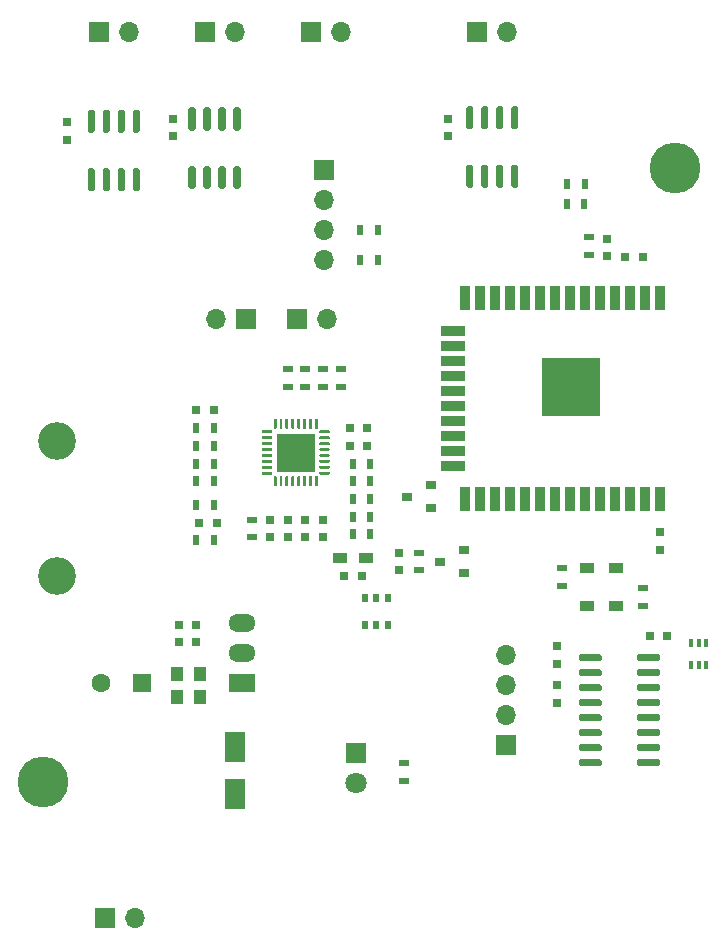
<source format=gts>
G04 #@! TF.GenerationSoftware,KiCad,Pcbnew,(5.1.10)-1*
G04 #@! TF.CreationDate,2021-11-10T22:46:01+01:00*
G04 #@! TF.ProjectId,RS485-DIN-PCB,52533438-352d-4444-994e-2d5043422e6b,rev?*
G04 #@! TF.SameCoordinates,Original*
G04 #@! TF.FileFunction,Soldermask,Top*
G04 #@! TF.FilePolarity,Negative*
%FSLAX46Y46*%
G04 Gerber Fmt 4.6, Leading zero omitted, Abs format (unit mm)*
G04 Created by KiCad (PCBNEW (5.1.10)-1) date 2021-11-10 22:46:01*
%MOMM*%
%LPD*%
G01*
G04 APERTURE LIST*
%ADD10R,1.600000X1.600000*%
%ADD11C,1.600000*%
%ADD12O,1.700000X1.700000*%
%ADD13R,1.700000X1.700000*%
%ADD14R,3.300000X3.300000*%
%ADD15R,0.510000X0.700000*%
%ADD16O,2.300000X1.500000*%
%ADD17R,2.300000X1.500000*%
%ADD18R,0.900000X2.000000*%
%ADD19R,2.000000X0.900000*%
%ADD20R,5.000000X5.000000*%
%ADD21R,0.500000X0.900000*%
%ADD22R,0.900000X0.500000*%
%ADD23R,0.900000X0.800000*%
%ADD24R,0.400000X0.650000*%
%ADD25R,1.200000X0.900000*%
%ADD26C,3.200000*%
%ADD27C,4.300000*%
%ADD28R,1.800000X1.800000*%
%ADD29C,1.800000*%
%ADD30R,1.800000X2.500000*%
%ADD31R,0.750000X0.800000*%
%ADD32R,0.800000X0.750000*%
%ADD33R,1.000000X1.250000*%
G04 APERTURE END LIST*
D10*
G04 #@! TO.C,C24*
X65200000Y-124600000D03*
D11*
X61700000Y-124600000D03*
G04 #@! TD*
D12*
G04 #@! TO.C,J10*
X82040000Y-69500000D03*
D13*
X79500000Y-69500000D03*
G04 #@! TD*
G04 #@! TO.C,U8*
G36*
G01*
X61010000Y-78000000D02*
X60710000Y-78000000D01*
G75*
G02*
X60560000Y-77850000I0J150000D01*
G01*
X60560000Y-76200000D01*
G75*
G02*
X60710000Y-76050000I150000J0D01*
G01*
X61010000Y-76050000D01*
G75*
G02*
X61160000Y-76200000I0J-150000D01*
G01*
X61160000Y-77850000D01*
G75*
G02*
X61010000Y-78000000I-150000J0D01*
G01*
G37*
G36*
G01*
X62280000Y-78000000D02*
X61980000Y-78000000D01*
G75*
G02*
X61830000Y-77850000I0J150000D01*
G01*
X61830000Y-76200000D01*
G75*
G02*
X61980000Y-76050000I150000J0D01*
G01*
X62280000Y-76050000D01*
G75*
G02*
X62430000Y-76200000I0J-150000D01*
G01*
X62430000Y-77850000D01*
G75*
G02*
X62280000Y-78000000I-150000J0D01*
G01*
G37*
G36*
G01*
X63550000Y-78000000D02*
X63250000Y-78000000D01*
G75*
G02*
X63100000Y-77850000I0J150000D01*
G01*
X63100000Y-76200000D01*
G75*
G02*
X63250000Y-76050000I150000J0D01*
G01*
X63550000Y-76050000D01*
G75*
G02*
X63700000Y-76200000I0J-150000D01*
G01*
X63700000Y-77850000D01*
G75*
G02*
X63550000Y-78000000I-150000J0D01*
G01*
G37*
G36*
G01*
X64820000Y-78000000D02*
X64520000Y-78000000D01*
G75*
G02*
X64370000Y-77850000I0J150000D01*
G01*
X64370000Y-76200000D01*
G75*
G02*
X64520000Y-76050000I150000J0D01*
G01*
X64820000Y-76050000D01*
G75*
G02*
X64970000Y-76200000I0J-150000D01*
G01*
X64970000Y-77850000D01*
G75*
G02*
X64820000Y-78000000I-150000J0D01*
G01*
G37*
G36*
G01*
X64820000Y-82950000D02*
X64520000Y-82950000D01*
G75*
G02*
X64370000Y-82800000I0J150000D01*
G01*
X64370000Y-81150000D01*
G75*
G02*
X64520000Y-81000000I150000J0D01*
G01*
X64820000Y-81000000D01*
G75*
G02*
X64970000Y-81150000I0J-150000D01*
G01*
X64970000Y-82800000D01*
G75*
G02*
X64820000Y-82950000I-150000J0D01*
G01*
G37*
G36*
G01*
X63550000Y-82950000D02*
X63250000Y-82950000D01*
G75*
G02*
X63100000Y-82800000I0J150000D01*
G01*
X63100000Y-81150000D01*
G75*
G02*
X63250000Y-81000000I150000J0D01*
G01*
X63550000Y-81000000D01*
G75*
G02*
X63700000Y-81150000I0J-150000D01*
G01*
X63700000Y-82800000D01*
G75*
G02*
X63550000Y-82950000I-150000J0D01*
G01*
G37*
G36*
G01*
X62280000Y-82950000D02*
X61980000Y-82950000D01*
G75*
G02*
X61830000Y-82800000I0J150000D01*
G01*
X61830000Y-81150000D01*
G75*
G02*
X61980000Y-81000000I150000J0D01*
G01*
X62280000Y-81000000D01*
G75*
G02*
X62430000Y-81150000I0J-150000D01*
G01*
X62430000Y-82800000D01*
G75*
G02*
X62280000Y-82950000I-150000J0D01*
G01*
G37*
G36*
G01*
X61010000Y-82950000D02*
X60710000Y-82950000D01*
G75*
G02*
X60560000Y-82800000I0J150000D01*
G01*
X60560000Y-81150000D01*
G75*
G02*
X60710000Y-81000000I150000J0D01*
G01*
X61010000Y-81000000D01*
G75*
G02*
X61160000Y-81150000I0J-150000D01*
G01*
X61160000Y-82800000D01*
G75*
G02*
X61010000Y-82950000I-150000J0D01*
G01*
G37*
G04 #@! TD*
D14*
G04 #@! TO.C,U7*
X78175000Y-105062500D03*
G36*
G01*
X76112500Y-106937500D02*
X75362500Y-106937500D01*
G75*
G02*
X75300000Y-106875000I0J62500D01*
G01*
X75300000Y-106750000D01*
G75*
G02*
X75362500Y-106687500I62500J0D01*
G01*
X76112500Y-106687500D01*
G75*
G02*
X76175000Y-106750000I0J-62500D01*
G01*
X76175000Y-106875000D01*
G75*
G02*
X76112500Y-106937500I-62500J0D01*
G01*
G37*
G36*
G01*
X76112500Y-106437500D02*
X75362500Y-106437500D01*
G75*
G02*
X75300000Y-106375000I0J62500D01*
G01*
X75300000Y-106250000D01*
G75*
G02*
X75362500Y-106187500I62500J0D01*
G01*
X76112500Y-106187500D01*
G75*
G02*
X76175000Y-106250000I0J-62500D01*
G01*
X76175000Y-106375000D01*
G75*
G02*
X76112500Y-106437500I-62500J0D01*
G01*
G37*
G36*
G01*
X76112500Y-105937500D02*
X75362500Y-105937500D01*
G75*
G02*
X75300000Y-105875000I0J62500D01*
G01*
X75300000Y-105750000D01*
G75*
G02*
X75362500Y-105687500I62500J0D01*
G01*
X76112500Y-105687500D01*
G75*
G02*
X76175000Y-105750000I0J-62500D01*
G01*
X76175000Y-105875000D01*
G75*
G02*
X76112500Y-105937500I-62500J0D01*
G01*
G37*
G36*
G01*
X76112500Y-105437500D02*
X75362500Y-105437500D01*
G75*
G02*
X75300000Y-105375000I0J62500D01*
G01*
X75300000Y-105250000D01*
G75*
G02*
X75362500Y-105187500I62500J0D01*
G01*
X76112500Y-105187500D01*
G75*
G02*
X76175000Y-105250000I0J-62500D01*
G01*
X76175000Y-105375000D01*
G75*
G02*
X76112500Y-105437500I-62500J0D01*
G01*
G37*
G36*
G01*
X76112500Y-104937500D02*
X75362500Y-104937500D01*
G75*
G02*
X75300000Y-104875000I0J62500D01*
G01*
X75300000Y-104750000D01*
G75*
G02*
X75362500Y-104687500I62500J0D01*
G01*
X76112500Y-104687500D01*
G75*
G02*
X76175000Y-104750000I0J-62500D01*
G01*
X76175000Y-104875000D01*
G75*
G02*
X76112500Y-104937500I-62500J0D01*
G01*
G37*
G36*
G01*
X76112500Y-104437500D02*
X75362500Y-104437500D01*
G75*
G02*
X75300000Y-104375000I0J62500D01*
G01*
X75300000Y-104250000D01*
G75*
G02*
X75362500Y-104187500I62500J0D01*
G01*
X76112500Y-104187500D01*
G75*
G02*
X76175000Y-104250000I0J-62500D01*
G01*
X76175000Y-104375000D01*
G75*
G02*
X76112500Y-104437500I-62500J0D01*
G01*
G37*
G36*
G01*
X76112500Y-103937500D02*
X75362500Y-103937500D01*
G75*
G02*
X75300000Y-103875000I0J62500D01*
G01*
X75300000Y-103750000D01*
G75*
G02*
X75362500Y-103687500I62500J0D01*
G01*
X76112500Y-103687500D01*
G75*
G02*
X76175000Y-103750000I0J-62500D01*
G01*
X76175000Y-103875000D01*
G75*
G02*
X76112500Y-103937500I-62500J0D01*
G01*
G37*
G36*
G01*
X76112500Y-103437500D02*
X75362500Y-103437500D01*
G75*
G02*
X75300000Y-103375000I0J62500D01*
G01*
X75300000Y-103250000D01*
G75*
G02*
X75362500Y-103187500I62500J0D01*
G01*
X76112500Y-103187500D01*
G75*
G02*
X76175000Y-103250000I0J-62500D01*
G01*
X76175000Y-103375000D01*
G75*
G02*
X76112500Y-103437500I-62500J0D01*
G01*
G37*
G36*
G01*
X76487500Y-103062500D02*
X76362500Y-103062500D01*
G75*
G02*
X76300000Y-103000000I0J62500D01*
G01*
X76300000Y-102250000D01*
G75*
G02*
X76362500Y-102187500I62500J0D01*
G01*
X76487500Y-102187500D01*
G75*
G02*
X76550000Y-102250000I0J-62500D01*
G01*
X76550000Y-103000000D01*
G75*
G02*
X76487500Y-103062500I-62500J0D01*
G01*
G37*
G36*
G01*
X76987500Y-103062500D02*
X76862500Y-103062500D01*
G75*
G02*
X76800000Y-103000000I0J62500D01*
G01*
X76800000Y-102250000D01*
G75*
G02*
X76862500Y-102187500I62500J0D01*
G01*
X76987500Y-102187500D01*
G75*
G02*
X77050000Y-102250000I0J-62500D01*
G01*
X77050000Y-103000000D01*
G75*
G02*
X76987500Y-103062500I-62500J0D01*
G01*
G37*
G36*
G01*
X77487500Y-103062500D02*
X77362500Y-103062500D01*
G75*
G02*
X77300000Y-103000000I0J62500D01*
G01*
X77300000Y-102250000D01*
G75*
G02*
X77362500Y-102187500I62500J0D01*
G01*
X77487500Y-102187500D01*
G75*
G02*
X77550000Y-102250000I0J-62500D01*
G01*
X77550000Y-103000000D01*
G75*
G02*
X77487500Y-103062500I-62500J0D01*
G01*
G37*
G36*
G01*
X77987500Y-103062500D02*
X77862500Y-103062500D01*
G75*
G02*
X77800000Y-103000000I0J62500D01*
G01*
X77800000Y-102250000D01*
G75*
G02*
X77862500Y-102187500I62500J0D01*
G01*
X77987500Y-102187500D01*
G75*
G02*
X78050000Y-102250000I0J-62500D01*
G01*
X78050000Y-103000000D01*
G75*
G02*
X77987500Y-103062500I-62500J0D01*
G01*
G37*
G36*
G01*
X78487500Y-103062500D02*
X78362500Y-103062500D01*
G75*
G02*
X78300000Y-103000000I0J62500D01*
G01*
X78300000Y-102250000D01*
G75*
G02*
X78362500Y-102187500I62500J0D01*
G01*
X78487500Y-102187500D01*
G75*
G02*
X78550000Y-102250000I0J-62500D01*
G01*
X78550000Y-103000000D01*
G75*
G02*
X78487500Y-103062500I-62500J0D01*
G01*
G37*
G36*
G01*
X78987500Y-103062500D02*
X78862500Y-103062500D01*
G75*
G02*
X78800000Y-103000000I0J62500D01*
G01*
X78800000Y-102250000D01*
G75*
G02*
X78862500Y-102187500I62500J0D01*
G01*
X78987500Y-102187500D01*
G75*
G02*
X79050000Y-102250000I0J-62500D01*
G01*
X79050000Y-103000000D01*
G75*
G02*
X78987500Y-103062500I-62500J0D01*
G01*
G37*
G36*
G01*
X79487500Y-103062500D02*
X79362500Y-103062500D01*
G75*
G02*
X79300000Y-103000000I0J62500D01*
G01*
X79300000Y-102250000D01*
G75*
G02*
X79362500Y-102187500I62500J0D01*
G01*
X79487500Y-102187500D01*
G75*
G02*
X79550000Y-102250000I0J-62500D01*
G01*
X79550000Y-103000000D01*
G75*
G02*
X79487500Y-103062500I-62500J0D01*
G01*
G37*
G36*
G01*
X79987500Y-103062500D02*
X79862500Y-103062500D01*
G75*
G02*
X79800000Y-103000000I0J62500D01*
G01*
X79800000Y-102250000D01*
G75*
G02*
X79862500Y-102187500I62500J0D01*
G01*
X79987500Y-102187500D01*
G75*
G02*
X80050000Y-102250000I0J-62500D01*
G01*
X80050000Y-103000000D01*
G75*
G02*
X79987500Y-103062500I-62500J0D01*
G01*
G37*
G36*
G01*
X80987500Y-103437500D02*
X80237500Y-103437500D01*
G75*
G02*
X80175000Y-103375000I0J62500D01*
G01*
X80175000Y-103250000D01*
G75*
G02*
X80237500Y-103187500I62500J0D01*
G01*
X80987500Y-103187500D01*
G75*
G02*
X81050000Y-103250000I0J-62500D01*
G01*
X81050000Y-103375000D01*
G75*
G02*
X80987500Y-103437500I-62500J0D01*
G01*
G37*
G36*
G01*
X80987500Y-103937500D02*
X80237500Y-103937500D01*
G75*
G02*
X80175000Y-103875000I0J62500D01*
G01*
X80175000Y-103750000D01*
G75*
G02*
X80237500Y-103687500I62500J0D01*
G01*
X80987500Y-103687500D01*
G75*
G02*
X81050000Y-103750000I0J-62500D01*
G01*
X81050000Y-103875000D01*
G75*
G02*
X80987500Y-103937500I-62500J0D01*
G01*
G37*
G36*
G01*
X80987500Y-104437500D02*
X80237500Y-104437500D01*
G75*
G02*
X80175000Y-104375000I0J62500D01*
G01*
X80175000Y-104250000D01*
G75*
G02*
X80237500Y-104187500I62500J0D01*
G01*
X80987500Y-104187500D01*
G75*
G02*
X81050000Y-104250000I0J-62500D01*
G01*
X81050000Y-104375000D01*
G75*
G02*
X80987500Y-104437500I-62500J0D01*
G01*
G37*
G36*
G01*
X80987500Y-104937500D02*
X80237500Y-104937500D01*
G75*
G02*
X80175000Y-104875000I0J62500D01*
G01*
X80175000Y-104750000D01*
G75*
G02*
X80237500Y-104687500I62500J0D01*
G01*
X80987500Y-104687500D01*
G75*
G02*
X81050000Y-104750000I0J-62500D01*
G01*
X81050000Y-104875000D01*
G75*
G02*
X80987500Y-104937500I-62500J0D01*
G01*
G37*
G36*
G01*
X80987500Y-105437500D02*
X80237500Y-105437500D01*
G75*
G02*
X80175000Y-105375000I0J62500D01*
G01*
X80175000Y-105250000D01*
G75*
G02*
X80237500Y-105187500I62500J0D01*
G01*
X80987500Y-105187500D01*
G75*
G02*
X81050000Y-105250000I0J-62500D01*
G01*
X81050000Y-105375000D01*
G75*
G02*
X80987500Y-105437500I-62500J0D01*
G01*
G37*
G36*
G01*
X80987500Y-105937500D02*
X80237500Y-105937500D01*
G75*
G02*
X80175000Y-105875000I0J62500D01*
G01*
X80175000Y-105750000D01*
G75*
G02*
X80237500Y-105687500I62500J0D01*
G01*
X80987500Y-105687500D01*
G75*
G02*
X81050000Y-105750000I0J-62500D01*
G01*
X81050000Y-105875000D01*
G75*
G02*
X80987500Y-105937500I-62500J0D01*
G01*
G37*
G36*
G01*
X80987500Y-106437500D02*
X80237500Y-106437500D01*
G75*
G02*
X80175000Y-106375000I0J62500D01*
G01*
X80175000Y-106250000D01*
G75*
G02*
X80237500Y-106187500I62500J0D01*
G01*
X80987500Y-106187500D01*
G75*
G02*
X81050000Y-106250000I0J-62500D01*
G01*
X81050000Y-106375000D01*
G75*
G02*
X80987500Y-106437500I-62500J0D01*
G01*
G37*
G36*
G01*
X80987500Y-106937500D02*
X80237500Y-106937500D01*
G75*
G02*
X80175000Y-106875000I0J62500D01*
G01*
X80175000Y-106750000D01*
G75*
G02*
X80237500Y-106687500I62500J0D01*
G01*
X80987500Y-106687500D01*
G75*
G02*
X81050000Y-106750000I0J-62500D01*
G01*
X81050000Y-106875000D01*
G75*
G02*
X80987500Y-106937500I-62500J0D01*
G01*
G37*
G36*
G01*
X79987500Y-107937500D02*
X79862500Y-107937500D01*
G75*
G02*
X79800000Y-107875000I0J62500D01*
G01*
X79800000Y-107125000D01*
G75*
G02*
X79862500Y-107062500I62500J0D01*
G01*
X79987500Y-107062500D01*
G75*
G02*
X80050000Y-107125000I0J-62500D01*
G01*
X80050000Y-107875000D01*
G75*
G02*
X79987500Y-107937500I-62500J0D01*
G01*
G37*
G36*
G01*
X79487500Y-107937500D02*
X79362500Y-107937500D01*
G75*
G02*
X79300000Y-107875000I0J62500D01*
G01*
X79300000Y-107125000D01*
G75*
G02*
X79362500Y-107062500I62500J0D01*
G01*
X79487500Y-107062500D01*
G75*
G02*
X79550000Y-107125000I0J-62500D01*
G01*
X79550000Y-107875000D01*
G75*
G02*
X79487500Y-107937500I-62500J0D01*
G01*
G37*
G36*
G01*
X78987500Y-107937500D02*
X78862500Y-107937500D01*
G75*
G02*
X78800000Y-107875000I0J62500D01*
G01*
X78800000Y-107125000D01*
G75*
G02*
X78862500Y-107062500I62500J0D01*
G01*
X78987500Y-107062500D01*
G75*
G02*
X79050000Y-107125000I0J-62500D01*
G01*
X79050000Y-107875000D01*
G75*
G02*
X78987500Y-107937500I-62500J0D01*
G01*
G37*
G36*
G01*
X78487500Y-107937500D02*
X78362500Y-107937500D01*
G75*
G02*
X78300000Y-107875000I0J62500D01*
G01*
X78300000Y-107125000D01*
G75*
G02*
X78362500Y-107062500I62500J0D01*
G01*
X78487500Y-107062500D01*
G75*
G02*
X78550000Y-107125000I0J-62500D01*
G01*
X78550000Y-107875000D01*
G75*
G02*
X78487500Y-107937500I-62500J0D01*
G01*
G37*
G36*
G01*
X77987500Y-107937500D02*
X77862500Y-107937500D01*
G75*
G02*
X77800000Y-107875000I0J62500D01*
G01*
X77800000Y-107125000D01*
G75*
G02*
X77862500Y-107062500I62500J0D01*
G01*
X77987500Y-107062500D01*
G75*
G02*
X78050000Y-107125000I0J-62500D01*
G01*
X78050000Y-107875000D01*
G75*
G02*
X77987500Y-107937500I-62500J0D01*
G01*
G37*
G36*
G01*
X77487500Y-107937500D02*
X77362500Y-107937500D01*
G75*
G02*
X77300000Y-107875000I0J62500D01*
G01*
X77300000Y-107125000D01*
G75*
G02*
X77362500Y-107062500I62500J0D01*
G01*
X77487500Y-107062500D01*
G75*
G02*
X77550000Y-107125000I0J-62500D01*
G01*
X77550000Y-107875000D01*
G75*
G02*
X77487500Y-107937500I-62500J0D01*
G01*
G37*
G36*
G01*
X76987500Y-107937500D02*
X76862500Y-107937500D01*
G75*
G02*
X76800000Y-107875000I0J62500D01*
G01*
X76800000Y-107125000D01*
G75*
G02*
X76862500Y-107062500I62500J0D01*
G01*
X76987500Y-107062500D01*
G75*
G02*
X77050000Y-107125000I0J-62500D01*
G01*
X77050000Y-107875000D01*
G75*
G02*
X76987500Y-107937500I-62500J0D01*
G01*
G37*
G36*
G01*
X76487500Y-107937500D02*
X76362500Y-107937500D01*
G75*
G02*
X76300000Y-107875000I0J62500D01*
G01*
X76300000Y-107125000D01*
G75*
G02*
X76362500Y-107062500I62500J0D01*
G01*
X76487500Y-107062500D01*
G75*
G02*
X76550000Y-107125000I0J-62500D01*
G01*
X76550000Y-107875000D01*
G75*
G02*
X76487500Y-107937500I-62500J0D01*
G01*
G37*
G04 #@! TD*
G04 #@! TO.C,U6*
G36*
G01*
X69545000Y-77800000D02*
X69245000Y-77800000D01*
G75*
G02*
X69095000Y-77650000I0J150000D01*
G01*
X69095000Y-76000000D01*
G75*
G02*
X69245000Y-75850000I150000J0D01*
G01*
X69545000Y-75850000D01*
G75*
G02*
X69695000Y-76000000I0J-150000D01*
G01*
X69695000Y-77650000D01*
G75*
G02*
X69545000Y-77800000I-150000J0D01*
G01*
G37*
G36*
G01*
X70815000Y-77800000D02*
X70515000Y-77800000D01*
G75*
G02*
X70365000Y-77650000I0J150000D01*
G01*
X70365000Y-76000000D01*
G75*
G02*
X70515000Y-75850000I150000J0D01*
G01*
X70815000Y-75850000D01*
G75*
G02*
X70965000Y-76000000I0J-150000D01*
G01*
X70965000Y-77650000D01*
G75*
G02*
X70815000Y-77800000I-150000J0D01*
G01*
G37*
G36*
G01*
X72085000Y-77800000D02*
X71785000Y-77800000D01*
G75*
G02*
X71635000Y-77650000I0J150000D01*
G01*
X71635000Y-76000000D01*
G75*
G02*
X71785000Y-75850000I150000J0D01*
G01*
X72085000Y-75850000D01*
G75*
G02*
X72235000Y-76000000I0J-150000D01*
G01*
X72235000Y-77650000D01*
G75*
G02*
X72085000Y-77800000I-150000J0D01*
G01*
G37*
G36*
G01*
X73355000Y-77800000D02*
X73055000Y-77800000D01*
G75*
G02*
X72905000Y-77650000I0J150000D01*
G01*
X72905000Y-76000000D01*
G75*
G02*
X73055000Y-75850000I150000J0D01*
G01*
X73355000Y-75850000D01*
G75*
G02*
X73505000Y-76000000I0J-150000D01*
G01*
X73505000Y-77650000D01*
G75*
G02*
X73355000Y-77800000I-150000J0D01*
G01*
G37*
G36*
G01*
X73355000Y-82750000D02*
X73055000Y-82750000D01*
G75*
G02*
X72905000Y-82600000I0J150000D01*
G01*
X72905000Y-80950000D01*
G75*
G02*
X73055000Y-80800000I150000J0D01*
G01*
X73355000Y-80800000D01*
G75*
G02*
X73505000Y-80950000I0J-150000D01*
G01*
X73505000Y-82600000D01*
G75*
G02*
X73355000Y-82750000I-150000J0D01*
G01*
G37*
G36*
G01*
X72085000Y-82750000D02*
X71785000Y-82750000D01*
G75*
G02*
X71635000Y-82600000I0J150000D01*
G01*
X71635000Y-80950000D01*
G75*
G02*
X71785000Y-80800000I150000J0D01*
G01*
X72085000Y-80800000D01*
G75*
G02*
X72235000Y-80950000I0J-150000D01*
G01*
X72235000Y-82600000D01*
G75*
G02*
X72085000Y-82750000I-150000J0D01*
G01*
G37*
G36*
G01*
X70815000Y-82750000D02*
X70515000Y-82750000D01*
G75*
G02*
X70365000Y-82600000I0J150000D01*
G01*
X70365000Y-80950000D01*
G75*
G02*
X70515000Y-80800000I150000J0D01*
G01*
X70815000Y-80800000D01*
G75*
G02*
X70965000Y-80950000I0J-150000D01*
G01*
X70965000Y-82600000D01*
G75*
G02*
X70815000Y-82750000I-150000J0D01*
G01*
G37*
G36*
G01*
X69545000Y-82750000D02*
X69245000Y-82750000D01*
G75*
G02*
X69095000Y-82600000I0J150000D01*
G01*
X69095000Y-80950000D01*
G75*
G02*
X69245000Y-80800000I150000J0D01*
G01*
X69545000Y-80800000D01*
G75*
G02*
X69695000Y-80950000I0J-150000D01*
G01*
X69695000Y-82600000D01*
G75*
G02*
X69545000Y-82750000I-150000J0D01*
G01*
G37*
G04 #@! TD*
D15*
G04 #@! TO.C,U5*
X84050000Y-117340000D03*
X85000000Y-117340000D03*
X85950000Y-117340000D03*
X85950000Y-119660000D03*
X85000000Y-119660000D03*
X84050000Y-119660000D03*
G04 #@! TD*
D16*
G04 #@! TO.C,U4*
X73600000Y-119500000D03*
X73600000Y-122040000D03*
D17*
X73600000Y-124580000D03*
G04 #@! TD*
G04 #@! TO.C,U3*
G36*
G01*
X93045000Y-77700000D02*
X92745000Y-77700000D01*
G75*
G02*
X92595000Y-77550000I0J150000D01*
G01*
X92595000Y-75900000D01*
G75*
G02*
X92745000Y-75750000I150000J0D01*
G01*
X93045000Y-75750000D01*
G75*
G02*
X93195000Y-75900000I0J-150000D01*
G01*
X93195000Y-77550000D01*
G75*
G02*
X93045000Y-77700000I-150000J0D01*
G01*
G37*
G36*
G01*
X94315000Y-77700000D02*
X94015000Y-77700000D01*
G75*
G02*
X93865000Y-77550000I0J150000D01*
G01*
X93865000Y-75900000D01*
G75*
G02*
X94015000Y-75750000I150000J0D01*
G01*
X94315000Y-75750000D01*
G75*
G02*
X94465000Y-75900000I0J-150000D01*
G01*
X94465000Y-77550000D01*
G75*
G02*
X94315000Y-77700000I-150000J0D01*
G01*
G37*
G36*
G01*
X95585000Y-77700000D02*
X95285000Y-77700000D01*
G75*
G02*
X95135000Y-77550000I0J150000D01*
G01*
X95135000Y-75900000D01*
G75*
G02*
X95285000Y-75750000I150000J0D01*
G01*
X95585000Y-75750000D01*
G75*
G02*
X95735000Y-75900000I0J-150000D01*
G01*
X95735000Y-77550000D01*
G75*
G02*
X95585000Y-77700000I-150000J0D01*
G01*
G37*
G36*
G01*
X96855000Y-77700000D02*
X96555000Y-77700000D01*
G75*
G02*
X96405000Y-77550000I0J150000D01*
G01*
X96405000Y-75900000D01*
G75*
G02*
X96555000Y-75750000I150000J0D01*
G01*
X96855000Y-75750000D01*
G75*
G02*
X97005000Y-75900000I0J-150000D01*
G01*
X97005000Y-77550000D01*
G75*
G02*
X96855000Y-77700000I-150000J0D01*
G01*
G37*
G36*
G01*
X96855000Y-82650000D02*
X96555000Y-82650000D01*
G75*
G02*
X96405000Y-82500000I0J150000D01*
G01*
X96405000Y-80850000D01*
G75*
G02*
X96555000Y-80700000I150000J0D01*
G01*
X96855000Y-80700000D01*
G75*
G02*
X97005000Y-80850000I0J-150000D01*
G01*
X97005000Y-82500000D01*
G75*
G02*
X96855000Y-82650000I-150000J0D01*
G01*
G37*
G36*
G01*
X95585000Y-82650000D02*
X95285000Y-82650000D01*
G75*
G02*
X95135000Y-82500000I0J150000D01*
G01*
X95135000Y-80850000D01*
G75*
G02*
X95285000Y-80700000I150000J0D01*
G01*
X95585000Y-80700000D01*
G75*
G02*
X95735000Y-80850000I0J-150000D01*
G01*
X95735000Y-82500000D01*
G75*
G02*
X95585000Y-82650000I-150000J0D01*
G01*
G37*
G36*
G01*
X94315000Y-82650000D02*
X94015000Y-82650000D01*
G75*
G02*
X93865000Y-82500000I0J150000D01*
G01*
X93865000Y-80850000D01*
G75*
G02*
X94015000Y-80700000I150000J0D01*
G01*
X94315000Y-80700000D01*
G75*
G02*
X94465000Y-80850000I0J-150000D01*
G01*
X94465000Y-82500000D01*
G75*
G02*
X94315000Y-82650000I-150000J0D01*
G01*
G37*
G36*
G01*
X93045000Y-82650000D02*
X92745000Y-82650000D01*
G75*
G02*
X92595000Y-82500000I0J150000D01*
G01*
X92595000Y-80850000D01*
G75*
G02*
X92745000Y-80700000I150000J0D01*
G01*
X93045000Y-80700000D01*
G75*
G02*
X93195000Y-80850000I0J-150000D01*
G01*
X93195000Y-82500000D01*
G75*
G02*
X93045000Y-82650000I-150000J0D01*
G01*
G37*
G04 #@! TD*
G04 #@! TO.C,U2*
G36*
G01*
X107075000Y-122580000D02*
X107075000Y-122280000D01*
G75*
G02*
X107225000Y-122130000I150000J0D01*
G01*
X108875000Y-122130000D01*
G75*
G02*
X109025000Y-122280000I0J-150000D01*
G01*
X109025000Y-122580000D01*
G75*
G02*
X108875000Y-122730000I-150000J0D01*
G01*
X107225000Y-122730000D01*
G75*
G02*
X107075000Y-122580000I0J150000D01*
G01*
G37*
G36*
G01*
X107075000Y-123850000D02*
X107075000Y-123550000D01*
G75*
G02*
X107225000Y-123400000I150000J0D01*
G01*
X108875000Y-123400000D01*
G75*
G02*
X109025000Y-123550000I0J-150000D01*
G01*
X109025000Y-123850000D01*
G75*
G02*
X108875000Y-124000000I-150000J0D01*
G01*
X107225000Y-124000000D01*
G75*
G02*
X107075000Y-123850000I0J150000D01*
G01*
G37*
G36*
G01*
X107075000Y-125120000D02*
X107075000Y-124820000D01*
G75*
G02*
X107225000Y-124670000I150000J0D01*
G01*
X108875000Y-124670000D01*
G75*
G02*
X109025000Y-124820000I0J-150000D01*
G01*
X109025000Y-125120000D01*
G75*
G02*
X108875000Y-125270000I-150000J0D01*
G01*
X107225000Y-125270000D01*
G75*
G02*
X107075000Y-125120000I0J150000D01*
G01*
G37*
G36*
G01*
X107075000Y-126390000D02*
X107075000Y-126090000D01*
G75*
G02*
X107225000Y-125940000I150000J0D01*
G01*
X108875000Y-125940000D01*
G75*
G02*
X109025000Y-126090000I0J-150000D01*
G01*
X109025000Y-126390000D01*
G75*
G02*
X108875000Y-126540000I-150000J0D01*
G01*
X107225000Y-126540000D01*
G75*
G02*
X107075000Y-126390000I0J150000D01*
G01*
G37*
G36*
G01*
X107075000Y-127660000D02*
X107075000Y-127360000D01*
G75*
G02*
X107225000Y-127210000I150000J0D01*
G01*
X108875000Y-127210000D01*
G75*
G02*
X109025000Y-127360000I0J-150000D01*
G01*
X109025000Y-127660000D01*
G75*
G02*
X108875000Y-127810000I-150000J0D01*
G01*
X107225000Y-127810000D01*
G75*
G02*
X107075000Y-127660000I0J150000D01*
G01*
G37*
G36*
G01*
X107075000Y-128930000D02*
X107075000Y-128630000D01*
G75*
G02*
X107225000Y-128480000I150000J0D01*
G01*
X108875000Y-128480000D01*
G75*
G02*
X109025000Y-128630000I0J-150000D01*
G01*
X109025000Y-128930000D01*
G75*
G02*
X108875000Y-129080000I-150000J0D01*
G01*
X107225000Y-129080000D01*
G75*
G02*
X107075000Y-128930000I0J150000D01*
G01*
G37*
G36*
G01*
X107075000Y-130200000D02*
X107075000Y-129900000D01*
G75*
G02*
X107225000Y-129750000I150000J0D01*
G01*
X108875000Y-129750000D01*
G75*
G02*
X109025000Y-129900000I0J-150000D01*
G01*
X109025000Y-130200000D01*
G75*
G02*
X108875000Y-130350000I-150000J0D01*
G01*
X107225000Y-130350000D01*
G75*
G02*
X107075000Y-130200000I0J150000D01*
G01*
G37*
G36*
G01*
X107075000Y-131470000D02*
X107075000Y-131170000D01*
G75*
G02*
X107225000Y-131020000I150000J0D01*
G01*
X108875000Y-131020000D01*
G75*
G02*
X109025000Y-131170000I0J-150000D01*
G01*
X109025000Y-131470000D01*
G75*
G02*
X108875000Y-131620000I-150000J0D01*
G01*
X107225000Y-131620000D01*
G75*
G02*
X107075000Y-131470000I0J150000D01*
G01*
G37*
G36*
G01*
X102125000Y-131470000D02*
X102125000Y-131170000D01*
G75*
G02*
X102275000Y-131020000I150000J0D01*
G01*
X103925000Y-131020000D01*
G75*
G02*
X104075000Y-131170000I0J-150000D01*
G01*
X104075000Y-131470000D01*
G75*
G02*
X103925000Y-131620000I-150000J0D01*
G01*
X102275000Y-131620000D01*
G75*
G02*
X102125000Y-131470000I0J150000D01*
G01*
G37*
G36*
G01*
X102125000Y-130200000D02*
X102125000Y-129900000D01*
G75*
G02*
X102275000Y-129750000I150000J0D01*
G01*
X103925000Y-129750000D01*
G75*
G02*
X104075000Y-129900000I0J-150000D01*
G01*
X104075000Y-130200000D01*
G75*
G02*
X103925000Y-130350000I-150000J0D01*
G01*
X102275000Y-130350000D01*
G75*
G02*
X102125000Y-130200000I0J150000D01*
G01*
G37*
G36*
G01*
X102125000Y-128930000D02*
X102125000Y-128630000D01*
G75*
G02*
X102275000Y-128480000I150000J0D01*
G01*
X103925000Y-128480000D01*
G75*
G02*
X104075000Y-128630000I0J-150000D01*
G01*
X104075000Y-128930000D01*
G75*
G02*
X103925000Y-129080000I-150000J0D01*
G01*
X102275000Y-129080000D01*
G75*
G02*
X102125000Y-128930000I0J150000D01*
G01*
G37*
G36*
G01*
X102125000Y-127660000D02*
X102125000Y-127360000D01*
G75*
G02*
X102275000Y-127210000I150000J0D01*
G01*
X103925000Y-127210000D01*
G75*
G02*
X104075000Y-127360000I0J-150000D01*
G01*
X104075000Y-127660000D01*
G75*
G02*
X103925000Y-127810000I-150000J0D01*
G01*
X102275000Y-127810000D01*
G75*
G02*
X102125000Y-127660000I0J150000D01*
G01*
G37*
G36*
G01*
X102125000Y-126390000D02*
X102125000Y-126090000D01*
G75*
G02*
X102275000Y-125940000I150000J0D01*
G01*
X103925000Y-125940000D01*
G75*
G02*
X104075000Y-126090000I0J-150000D01*
G01*
X104075000Y-126390000D01*
G75*
G02*
X103925000Y-126540000I-150000J0D01*
G01*
X102275000Y-126540000D01*
G75*
G02*
X102125000Y-126390000I0J150000D01*
G01*
G37*
G36*
G01*
X102125000Y-125120000D02*
X102125000Y-124820000D01*
G75*
G02*
X102275000Y-124670000I150000J0D01*
G01*
X103925000Y-124670000D01*
G75*
G02*
X104075000Y-124820000I0J-150000D01*
G01*
X104075000Y-125120000D01*
G75*
G02*
X103925000Y-125270000I-150000J0D01*
G01*
X102275000Y-125270000D01*
G75*
G02*
X102125000Y-125120000I0J150000D01*
G01*
G37*
G36*
G01*
X102125000Y-123850000D02*
X102125000Y-123550000D01*
G75*
G02*
X102275000Y-123400000I150000J0D01*
G01*
X103925000Y-123400000D01*
G75*
G02*
X104075000Y-123550000I0J-150000D01*
G01*
X104075000Y-123850000D01*
G75*
G02*
X103925000Y-124000000I-150000J0D01*
G01*
X102275000Y-124000000D01*
G75*
G02*
X102125000Y-123850000I0J150000D01*
G01*
G37*
G36*
G01*
X102125000Y-122580000D02*
X102125000Y-122280000D01*
G75*
G02*
X102275000Y-122130000I150000J0D01*
G01*
X103925000Y-122130000D01*
G75*
G02*
X104075000Y-122280000I0J-150000D01*
G01*
X104075000Y-122580000D01*
G75*
G02*
X103925000Y-122730000I-150000J0D01*
G01*
X102275000Y-122730000D01*
G75*
G02*
X102125000Y-122580000I0J150000D01*
G01*
G37*
G04 #@! TD*
D18*
G04 #@! TO.C,U1*
X109000000Y-109000000D03*
X107730000Y-109000000D03*
X106460000Y-109000000D03*
X105190000Y-109000000D03*
X103920000Y-109000000D03*
X102650000Y-109000000D03*
X101380000Y-109000000D03*
X100110000Y-109000000D03*
X98840000Y-109000000D03*
X97570000Y-109000000D03*
X96300000Y-109000000D03*
X95030000Y-109000000D03*
X93760000Y-109000000D03*
X92490000Y-109000000D03*
D19*
X91490000Y-106215000D03*
X91490000Y-104945000D03*
X91490000Y-103675000D03*
X91490000Y-102405000D03*
X91490000Y-101135000D03*
X91490000Y-99865000D03*
X91490000Y-98595000D03*
X91490000Y-97325000D03*
X91490000Y-96055000D03*
X91490000Y-94785000D03*
D18*
X92490000Y-92000000D03*
X93760000Y-92000000D03*
X95030000Y-92000000D03*
X96300000Y-92000000D03*
X97570000Y-92000000D03*
X98840000Y-92000000D03*
X100110000Y-92000000D03*
X101380000Y-92000000D03*
X102650000Y-92000000D03*
X103920000Y-92000000D03*
X105190000Y-92000000D03*
X106460000Y-92000000D03*
X107730000Y-92000000D03*
X109000000Y-92000000D03*
D20*
X101500000Y-99500000D03*
G04 #@! TD*
D21*
G04 #@! TO.C,R26*
X69750000Y-112500000D03*
X71250000Y-112500000D03*
G04 #@! TD*
G04 #@! TO.C,R25*
X69750000Y-103000000D03*
X71250000Y-103000000D03*
G04 #@! TD*
G04 #@! TO.C,R24*
X69750000Y-109500000D03*
X71250000Y-109500000D03*
G04 #@! TD*
G04 #@! TO.C,R23*
X69750000Y-107500000D03*
X71250000Y-107500000D03*
G04 #@! TD*
G04 #@! TO.C,R22*
X69750000Y-106000000D03*
X71250000Y-106000000D03*
G04 #@! TD*
D22*
G04 #@! TO.C,R21*
X74500000Y-112250000D03*
X74500000Y-110750000D03*
G04 #@! TD*
D21*
G04 #@! TO.C,R20*
X69750000Y-104500000D03*
X71250000Y-104500000D03*
G04 #@! TD*
D22*
G04 #@! TO.C,R19*
X82000000Y-99500000D03*
X82000000Y-98000000D03*
G04 #@! TD*
D21*
G04 #@! TO.C,R18*
X83000000Y-112000000D03*
X84500000Y-112000000D03*
G04 #@! TD*
G04 #@! TO.C,R17*
X83000000Y-110500000D03*
X84500000Y-110500000D03*
G04 #@! TD*
G04 #@! TO.C,R16*
X83000000Y-109000000D03*
X84500000Y-109000000D03*
G04 #@! TD*
D22*
G04 #@! TO.C,R15*
X77500000Y-99500000D03*
X77500000Y-98000000D03*
G04 #@! TD*
G04 #@! TO.C,R14*
X79000000Y-99500000D03*
X79000000Y-98000000D03*
G04 #@! TD*
G04 #@! TO.C,R13*
X80500000Y-99500000D03*
X80500000Y-98000000D03*
G04 #@! TD*
D21*
G04 #@! TO.C,R12*
X83000000Y-106000000D03*
X84500000Y-106000000D03*
G04 #@! TD*
G04 #@! TO.C,R11*
X83000000Y-107500000D03*
X84500000Y-107500000D03*
G04 #@! TD*
D22*
G04 #@! TO.C,R10*
X88600000Y-115050000D03*
X88600000Y-113550000D03*
G04 #@! TD*
D21*
G04 #@! TO.C,R9*
X101150000Y-82300000D03*
X102650000Y-82300000D03*
G04 #@! TD*
D22*
G04 #@! TO.C,R7*
X87355000Y-131350000D03*
X87355000Y-132850000D03*
G04 #@! TD*
D21*
G04 #@! TO.C,R6*
X101100000Y-84000000D03*
X102600000Y-84000000D03*
G04 #@! TD*
G04 #@! TO.C,R5*
X85100000Y-86200000D03*
X83600000Y-86200000D03*
G04 #@! TD*
G04 #@! TO.C,R4*
X83600000Y-88800000D03*
X85100000Y-88800000D03*
G04 #@! TD*
D22*
G04 #@! TO.C,R3*
X107600000Y-116550000D03*
X107600000Y-118050000D03*
G04 #@! TD*
G04 #@! TO.C,R2*
X100700000Y-116350000D03*
X100700000Y-114850000D03*
G04 #@! TD*
G04 #@! TO.C,R1*
X103000000Y-86850000D03*
X103000000Y-88350000D03*
G04 #@! TD*
D23*
G04 #@! TO.C,Q2*
X90400000Y-114300000D03*
X92400000Y-113350000D03*
X92400000Y-115250000D03*
G04 #@! TD*
D24*
G04 #@! TO.C,Q1*
X111650000Y-121150000D03*
X112950000Y-121150000D03*
X112300000Y-123050000D03*
X112300000Y-121150000D03*
X112950000Y-123050000D03*
X111650000Y-123050000D03*
G04 #@! TD*
D25*
G04 #@! TO.C,L1*
X81900000Y-114000000D03*
X84100000Y-114000000D03*
G04 #@! TD*
D12*
G04 #@! TO.C,J9*
X64040000Y-69500000D03*
D13*
X61500000Y-69500000D03*
G04 #@! TD*
D26*
G04 #@! TO.C,J8*
X58000000Y-115500000D03*
X58000000Y-104070000D03*
G04 #@! TD*
D12*
G04 #@! TO.C,J7*
X73000000Y-69500000D03*
D13*
X70460000Y-69500000D03*
G04 #@! TD*
D12*
G04 #@! TO.C,J6*
X96040000Y-69500000D03*
D13*
X93500000Y-69500000D03*
G04 #@! TD*
D12*
G04 #@! TO.C,J5*
X80800000Y-93800000D03*
D13*
X78260000Y-93800000D03*
G04 #@! TD*
D12*
G04 #@! TO.C,J4*
X71400000Y-93800000D03*
D13*
X73940000Y-93800000D03*
G04 #@! TD*
D12*
G04 #@! TO.C,J3*
X80554999Y-88794999D03*
X80554999Y-86254999D03*
X80554999Y-83714999D03*
D13*
X80554999Y-81174999D03*
G04 #@! TD*
D12*
G04 #@! TO.C,J2*
X64540000Y-144500000D03*
D13*
X62000000Y-144500000D03*
G04 #@! TD*
D12*
G04 #@! TO.C,J1*
X96000000Y-122200000D03*
X96000000Y-124740000D03*
X96000000Y-127280000D03*
D13*
X96000000Y-129820000D03*
G04 #@! TD*
D27*
G04 #@! TO.C,H2*
X56750000Y-133000000D03*
G04 #@! TD*
G04 #@! TO.C,H1*
X110250000Y-81000000D03*
G04 #@! TD*
D28*
G04 #@! TO.C,D5*
X83300000Y-130500000D03*
D29*
X83300000Y-133040000D03*
G04 #@! TD*
D23*
G04 #@! TO.C,D4*
X87600000Y-108800000D03*
X89600000Y-107850000D03*
X89600000Y-109750000D03*
G04 #@! TD*
D25*
G04 #@! TO.C,D3*
X105300000Y-114800000D03*
X105300000Y-118100000D03*
G04 #@! TD*
G04 #@! TO.C,D2*
X102800000Y-118100000D03*
X102800000Y-114800000D03*
G04 #@! TD*
D30*
G04 #@! TO.C,D1*
X73000000Y-130000000D03*
X73000000Y-134000000D03*
G04 #@! TD*
D31*
G04 #@! TO.C,C23*
X77500000Y-110750000D03*
X77500000Y-112250000D03*
G04 #@! TD*
G04 #@! TO.C,C22*
X76000000Y-110750000D03*
X76000000Y-112250000D03*
G04 #@! TD*
D32*
G04 #@! TO.C,C21*
X71250000Y-101500000D03*
X69750000Y-101500000D03*
G04 #@! TD*
D31*
G04 #@! TO.C,C20*
X91100000Y-78300000D03*
X91100000Y-76800000D03*
G04 #@! TD*
D32*
G04 #@! TO.C,C19*
X70000000Y-111000000D03*
X71500000Y-111000000D03*
G04 #@! TD*
D31*
G04 #@! TO.C,C18*
X79000000Y-110750000D03*
X79000000Y-112250000D03*
G04 #@! TD*
G04 #@! TO.C,C17*
X80500000Y-110750000D03*
X80500000Y-112250000D03*
G04 #@! TD*
D32*
G04 #@! TO.C,C16*
X83750000Y-115500000D03*
X82250000Y-115500000D03*
G04 #@! TD*
D31*
G04 #@! TO.C,C15*
X67800000Y-78300000D03*
X67800000Y-76800000D03*
G04 #@! TD*
D32*
G04 #@! TO.C,C14*
X82750000Y-103000000D03*
X84250000Y-103000000D03*
G04 #@! TD*
G04 #@! TO.C,C13*
X82750000Y-104500000D03*
X84250000Y-104500000D03*
G04 #@! TD*
G04 #@! TO.C,C12*
X68250000Y-119700000D03*
X69750000Y-119700000D03*
G04 #@! TD*
G04 #@! TO.C,C11*
X68250000Y-121100000D03*
X69750000Y-121100000D03*
G04 #@! TD*
D31*
G04 #@! TO.C,C10*
X58800000Y-78600000D03*
X58800000Y-77100000D03*
G04 #@! TD*
G04 #@! TO.C,C9*
X86900000Y-115050000D03*
X86900000Y-113550000D03*
G04 #@! TD*
D33*
G04 #@! TO.C,C8*
X70100000Y-125800000D03*
X68100000Y-125800000D03*
G04 #@! TD*
G04 #@! TO.C,C7*
X70100000Y-123800000D03*
X68100000Y-123800000D03*
G04 #@! TD*
D31*
G04 #@! TO.C,C6*
X100300000Y-124750000D03*
X100300000Y-126250000D03*
G04 #@! TD*
G04 #@! TO.C,C5*
X100300000Y-122950000D03*
X100300000Y-121450000D03*
G04 #@! TD*
D32*
G04 #@! TO.C,C4*
X109650000Y-120600000D03*
X108150000Y-120600000D03*
G04 #@! TD*
D31*
G04 #@! TO.C,C3*
X104500000Y-86950000D03*
X104500000Y-88450000D03*
G04 #@! TD*
G04 #@! TO.C,C2*
X109000000Y-111800000D03*
X109000000Y-113300000D03*
G04 #@! TD*
D32*
G04 #@! TO.C,C1*
X106050000Y-88500000D03*
X107550000Y-88500000D03*
G04 #@! TD*
M02*

</source>
